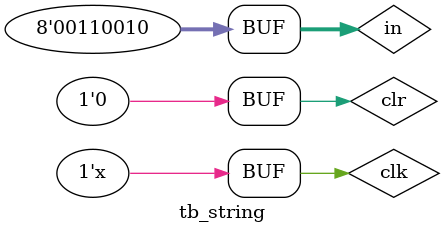
<source format=v>
`timescale 1ns / 1ps


module tb_string;

	// Inputs
	reg clk;
	reg clr;
	reg [7:0] in;

	// Outputs
	wire out;

	// Instantiate the Unit Under Test (UUT)
	string uut (
		.clk(clk), 
		.clr(clr), 
		.in(in), 
		.out(out)
	);

	reg [7:0] ch;
	integer fd;

	initial begin
		// Initialize Inputs
		clk = 0;
		clr = 0;

   		in= "1";
		#10 in= "+";
		#10 in= "2";
		#10 in= "*";
		#10 in= "3";
		clr = 1;
		#10 in= "1";
			clr = 0;
		#10 in= "+";
		#10 in= "2";
		#10 in= "*";
		#10 in= "3";
		#10 in= "3";
			clr = 1;
		#10 in= "1";
			clr = 0;
		#10 in= "+";
		#10 in= "2";
	end

	always #5 clk = ~clk;
      
endmodule


</source>
